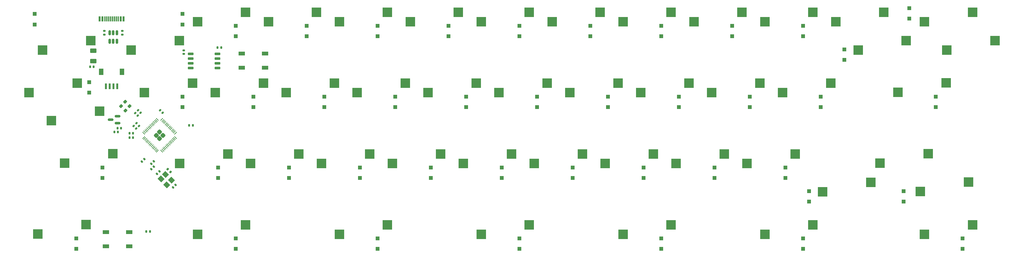
<source format=gbr>
%TF.GenerationSoftware,KiCad,Pcbnew,(6.0.11)*%
%TF.CreationDate,2023-04-01T00:21:12+02:00*%
%TF.ProjectId,kira,6b697261-2e6b-4696-9361-645f70636258,rev?*%
%TF.SameCoordinates,Original*%
%TF.FileFunction,Paste,Bot*%
%TF.FilePolarity,Positive*%
%FSLAX46Y46*%
G04 Gerber Fmt 4.6, Leading zero omitted, Abs format (unit mm)*
G04 Created by KiCad (PCBNEW (6.0.11)) date 2023-04-01 00:21:12*
%MOMM*%
%LPD*%
G01*
G04 APERTURE LIST*
G04 Aperture macros list*
%AMRoundRect*
0 Rectangle with rounded corners*
0 $1 Rounding radius*
0 $2 $3 $4 $5 $6 $7 $8 $9 X,Y pos of 4 corners*
0 Add a 4 corners polygon primitive as box body*
4,1,4,$2,$3,$4,$5,$6,$7,$8,$9,$2,$3,0*
0 Add four circle primitives for the rounded corners*
1,1,$1+$1,$2,$3*
1,1,$1+$1,$4,$5*
1,1,$1+$1,$6,$7*
1,1,$1+$1,$8,$9*
0 Add four rect primitives between the rounded corners*
20,1,$1+$1,$2,$3,$4,$5,0*
20,1,$1+$1,$4,$5,$6,$7,0*
20,1,$1+$1,$6,$7,$8,$9,0*
20,1,$1+$1,$8,$9,$2,$3,0*%
%AMRotRect*
0 Rectangle, with rotation*
0 The origin of the aperture is its center*
0 $1 length*
0 $2 width*
0 $3 Rotation angle, in degrees counterclockwise*
0 Add horizontal line*
21,1,$1,$2,0,0,$3*%
G04 Aperture macros list end*
%ADD10R,2.550000X2.500000*%
%ADD11R,1.700000X1.000000*%
%ADD12R,1.100000X1.100000*%
%ADD13RoundRect,0.140000X-0.140000X-0.170000X0.140000X-0.170000X0.140000X0.170000X-0.140000X0.170000X0*%
%ADD14RoundRect,0.140000X0.021213X-0.219203X0.219203X-0.021213X-0.021213X0.219203X-0.219203X0.021213X0*%
%ADD15R,1.200000X1.800000*%
%ADD16R,0.600000X1.550000*%
%ADD17RoundRect,0.200000X-0.335876X-0.053033X-0.053033X-0.335876X0.335876X0.053033X0.053033X0.335876X0*%
%ADD18RoundRect,0.135000X0.135000X0.185000X-0.135000X0.185000X-0.135000X-0.185000X0.135000X-0.185000X0*%
%ADD19RoundRect,0.150000X0.587500X0.150000X-0.587500X0.150000X-0.587500X-0.150000X0.587500X-0.150000X0*%
%ADD20RoundRect,0.150000X0.650000X0.150000X-0.650000X0.150000X-0.650000X-0.150000X0.650000X-0.150000X0*%
%ADD21RoundRect,0.140000X0.140000X0.170000X-0.140000X0.170000X-0.140000X-0.170000X0.140000X-0.170000X0*%
%ADD22RoundRect,0.140000X0.219203X0.021213X0.021213X0.219203X-0.219203X-0.021213X-0.021213X-0.219203X0*%
%ADD23RoundRect,0.140000X-0.021213X0.219203X-0.219203X0.021213X0.021213X-0.219203X0.219203X-0.021213X0*%
%ADD24R,0.600000X1.450000*%
%ADD25R,0.300000X1.450000*%
%ADD26RoundRect,0.135000X-0.185000X0.135000X-0.185000X-0.135000X0.185000X-0.135000X0.185000X0.135000X0*%
%ADD27RoundRect,0.250000X0.000000X0.413257X-0.413257X0.000000X0.000000X-0.413257X0.413257X0.000000X0*%
%ADD28RoundRect,0.050000X0.238649X0.309359X-0.309359X-0.238649X-0.238649X-0.309359X0.309359X0.238649X0*%
%ADD29RoundRect,0.050000X-0.238649X0.309359X-0.309359X0.238649X0.238649X-0.309359X0.309359X-0.238649X0*%
%ADD30RoundRect,0.140000X0.170000X-0.140000X0.170000X0.140000X-0.170000X0.140000X-0.170000X-0.140000X0*%
%ADD31RoundRect,0.135000X0.226274X0.035355X0.035355X0.226274X-0.226274X-0.035355X-0.035355X-0.226274X0*%
%ADD32RoundRect,0.250000X-0.625000X0.375000X-0.625000X-0.375000X0.625000X-0.375000X0.625000X0.375000X0*%
%ADD33RotRect,1.400000X1.200000X315.000000*%
%ADD34RoundRect,0.150000X0.150000X-0.512500X0.150000X0.512500X-0.150000X0.512500X-0.150000X-0.512500X0*%
G04 APERTURE END LIST*
D10*
%TO.C,SW23*%
X204052500Y-62547500D03*
X216979500Y-60007500D03*
%TD*%
%TO.C,SW42*%
X218340000Y-100647500D03*
X231267000Y-98107500D03*
%TD*%
%TO.C,SW43*%
X261202500Y-100647500D03*
X274129500Y-98107500D03*
%TD*%
%TO.C,SW13(1.5)1*%
X261202500Y-43497500D03*
X274129500Y-40957500D03*
%TD*%
%TO.C,SW37(1.75)1*%
X273038152Y-86629151D03*
X260111152Y-89169151D03*
%TD*%
%TO.C,SW25*%
X254090500Y-62540550D03*
X267017500Y-60000550D03*
%TD*%
%TO.C,SW21*%
X165952500Y-62547500D03*
X178879500Y-60007500D03*
%TD*%
%TO.C,SW15*%
X51652500Y-62547500D03*
X64579500Y-60007500D03*
%TD*%
%TO.C,SW7*%
X142140000Y-43497500D03*
X155067000Y-40957500D03*
%TD*%
%TO.C,SW34*%
X194527500Y-81597500D03*
X207454500Y-79057500D03*
%TD*%
%TO.C,SW9*%
X180240000Y-43497500D03*
X193167000Y-40957500D03*
%TD*%
%TO.C,SW30*%
X118327500Y-81597500D03*
X131254500Y-79057500D03*
%TD*%
%TO.C,SW19*%
X127852500Y-62547500D03*
X140779500Y-60007500D03*
%TD*%
%TO.C,SW14(1.25)1*%
X20708860Y-62548197D03*
X33635860Y-60008197D03*
%TD*%
%TO.C,SW44*%
X104040000Y-100647500D03*
X116967000Y-98107500D03*
%TD*%
%TO.C,SW45*%
X180240000Y-100647500D03*
X193167000Y-98107500D03*
%TD*%
%TO.C,SW33*%
X175477500Y-81597500D03*
X188404500Y-79057500D03*
%TD*%
%TO.C,SW32*%
X156427500Y-81597500D03*
X169354500Y-79057500D03*
%TD*%
%TO.C,SW36*%
X246797500Y-86677500D03*
X233870500Y-89217500D03*
%TD*%
%TO.C,SW4*%
X84990000Y-43497500D03*
X97917000Y-40957500D03*
%TD*%
%TO.C,SW5*%
X104040000Y-43497500D03*
X116967000Y-40957500D03*
%TD*%
%TO.C,SW16*%
X70702500Y-62547500D03*
X83629500Y-60007500D03*
%TD*%
%TO.C,SW37(2.75)1*%
X249296100Y-81589624D03*
X262223100Y-79049624D03*
%TD*%
%TO.C,SW17*%
X89752500Y-62547500D03*
X102679500Y-60007500D03*
%TD*%
%TO.C,SW18*%
X108802500Y-62547500D03*
X121729500Y-60007500D03*
%TD*%
%TO.C,SW35*%
X213577500Y-81597500D03*
X226504500Y-79057500D03*
%TD*%
%TO.C,SW39*%
X23083281Y-100642316D03*
X36010281Y-98102316D03*
%TD*%
%TO.C,SW40*%
X65940000Y-100647500D03*
X78867000Y-98107500D03*
%TD*%
%TO.C,SW31*%
X137377500Y-81597500D03*
X150304500Y-79057500D03*
%TD*%
%TO.C,SW8*%
X161190000Y-43497500D03*
X174117000Y-40957500D03*
%TD*%
%TO.C,SW12*%
X280135000Y-48577500D03*
X267208000Y-51117500D03*
%TD*%
%TO.C,SW41*%
X142140000Y-100647500D03*
X155067000Y-98107500D03*
%TD*%
%TO.C,SW11*%
X218340000Y-43497500D03*
X231267000Y-40957500D03*
%TD*%
%TO.C,SW28*%
X80227500Y-81597500D03*
X93154500Y-79057500D03*
%TD*%
%TO.C,SW3*%
X65940000Y-43497500D03*
X78867000Y-40957500D03*
%TD*%
%TO.C,SW1*%
X37247500Y-48577500D03*
X24320500Y-51117500D03*
%TD*%
%TO.C,SW10*%
X199290000Y-43497500D03*
X212217000Y-40957500D03*
%TD*%
%TO.C,SW13*%
X237390000Y-43497500D03*
X250317000Y-40957500D03*
%TD*%
%TO.C,SW27*%
X61177500Y-81597500D03*
X74104500Y-79057500D03*
%TD*%
%TO.C,SW22*%
X185002500Y-62547500D03*
X197929500Y-60007500D03*
%TD*%
%TO.C,SW6*%
X123090000Y-43497500D03*
X136017000Y-40957500D03*
%TD*%
%TO.C,SW24*%
X223102500Y-62547500D03*
X236029500Y-60007500D03*
%TD*%
%TO.C,SW29*%
X99277500Y-81597500D03*
X112204500Y-79057500D03*
%TD*%
%TO.C,SW20*%
X146902500Y-62547500D03*
X159829500Y-60007500D03*
%TD*%
%TO.C,SW14*%
X39623117Y-67606067D03*
X26696117Y-70146067D03*
%TD*%
%TO.C,SW2*%
X61060000Y-48577500D03*
X48133000Y-51117500D03*
%TD*%
%TO.C,SW12(1.5)1*%
X256322500Y-48577500D03*
X243395500Y-51117500D03*
%TD*%
%TO.C,SW26*%
X30235255Y-81565102D03*
X43162255Y-79025102D03*
%TD*%
D11*
%TO.C,SW47*%
X47600000Y-103881000D03*
X41300000Y-103881000D03*
X47600000Y-100081000D03*
X41300000Y-100081000D03*
%TD*%
D12*
%TO.C,D12*%
X76200000Y-104587500D03*
X76200000Y-101787500D03*
%TD*%
%TO.C,D43*%
X255587500Y-91887500D03*
X255587500Y-89087500D03*
%TD*%
%TO.C,D29*%
X185737500Y-85537500D03*
X185737500Y-82737500D03*
%TD*%
%TO.C,D34*%
X209550000Y-47437500D03*
X209550000Y-44637500D03*
%TD*%
%TO.C,D28*%
X176212500Y-66487500D03*
X176212500Y-63687500D03*
%TD*%
%TO.C,D44*%
X257175000Y-42675000D03*
X257175000Y-39875000D03*
%TD*%
%TO.C,D21*%
X138112500Y-66487500D03*
X138112500Y-63687500D03*
%TD*%
D13*
%TO.C,C7*%
X44478000Y-72136000D03*
X45438000Y-72136000D03*
%TD*%
D12*
%TO.C,D5*%
X33337500Y-104587500D03*
X33337500Y-101787500D03*
%TD*%
%TO.C,D30*%
X190500000Y-47437500D03*
X190500000Y-44637500D03*
%TD*%
D14*
%TO.C,C5*%
X55032589Y-84413411D03*
X55711411Y-83734589D03*
%TD*%
D12*
%TO.C,D42*%
X264287000Y-66487500D03*
X264287000Y-63687500D03*
%TD*%
%TO.C,D14*%
X100012500Y-66487500D03*
X100012500Y-63687500D03*
%TD*%
D15*
%TO.C,J3*%
X45662500Y-56987500D03*
X40062500Y-56987500D03*
D16*
X41362500Y-60862500D03*
X42362500Y-60862500D03*
X43362500Y-60862500D03*
X44362500Y-60862500D03*
%TD*%
D17*
%TO.C,R2*%
X45390637Y-66218637D03*
X46557363Y-67385363D03*
%TD*%
D12*
%TO.C,D11*%
X90487500Y-85537500D03*
X90487500Y-82737500D03*
%TD*%
D18*
%TO.C,R3*%
X53215000Y-99949000D03*
X52195000Y-99949000D03*
%TD*%
D12*
%TO.C,D39*%
X230187500Y-91887500D03*
X230187500Y-89087500D03*
%TD*%
%TO.C,D31*%
X195262500Y-66487500D03*
X195262500Y-63687500D03*
%TD*%
D19*
%TO.C,U2*%
X44498500Y-68900000D03*
X44498500Y-70800000D03*
X42623500Y-69850000D03*
%TD*%
D20*
%TO.C,U3*%
X71267225Y-52196320D03*
X71267225Y-53466320D03*
X71267225Y-54736320D03*
X71267225Y-56006320D03*
X64067225Y-56006320D03*
X64067225Y-54736320D03*
X64067225Y-53466320D03*
X64067225Y-52196320D03*
%TD*%
D21*
%TO.C,C16*%
X48613000Y-73533000D03*
X47653000Y-73533000D03*
%TD*%
D22*
%TO.C,C15*%
X49902992Y-68745464D03*
X49224170Y-68066642D03*
%TD*%
D23*
%TO.C,C11*%
X54187411Y-82464589D03*
X53508589Y-83143411D03*
%TD*%
D12*
%TO.C,D23*%
X152400000Y-47437500D03*
X152400000Y-44637500D03*
%TD*%
D24*
%TO.C,J1*%
X39612499Y-42764539D03*
X40412499Y-42764539D03*
D25*
X41612499Y-42764539D03*
X42612499Y-42764539D03*
X43112499Y-42764539D03*
X44112499Y-42764539D03*
D24*
X45312499Y-42764539D03*
X46112499Y-42764539D03*
X46112499Y-42764539D03*
X45312499Y-42764539D03*
D25*
X44612499Y-42764539D03*
X43612499Y-42764539D03*
X42112499Y-42764539D03*
X41112499Y-42764539D03*
D24*
X40412499Y-42764539D03*
X39612499Y-42764539D03*
%TD*%
D21*
%TO.C,C8*%
X44549000Y-73152000D03*
X43589000Y-73152000D03*
%TD*%
D13*
%TO.C,C14*%
X63726084Y-71374000D03*
X64686084Y-71374000D03*
%TD*%
D26*
%TO.C,R5*%
X45720000Y-45972000D03*
X45720000Y-46992000D03*
%TD*%
D22*
%TO.C,C17*%
X56600411Y-68030411D03*
X55921589Y-67351589D03*
%TD*%
D12*
%TO.C,D24*%
X157162500Y-66487500D03*
X157162500Y-63687500D03*
%TD*%
D22*
%TO.C,C1*%
X50197263Y-71520150D03*
X49518441Y-70841328D03*
%TD*%
%TO.C,C2*%
X50631411Y-68030411D03*
X49952589Y-67351589D03*
%TD*%
D12*
%TO.C,D20*%
X133350000Y-47437500D03*
X133350000Y-44637500D03*
%TD*%
%TO.C,D45*%
X271462500Y-104587500D03*
X271462500Y-101787500D03*
%TD*%
%TO.C,D40*%
X228600000Y-104587500D03*
X228600000Y-101787500D03*
%TD*%
%TO.C,D27*%
X171450000Y-47437500D03*
X171450000Y-44637500D03*
%TD*%
D27*
%TO.C,U1*%
X54857586Y-74074047D03*
X56660708Y-74074047D03*
X55759147Y-73172486D03*
X55759147Y-74975608D03*
D28*
X56351349Y-69804890D03*
X56634192Y-70087733D03*
X56917034Y-70370575D03*
X57199877Y-70653418D03*
X57482720Y-70936261D03*
X57765562Y-71219103D03*
X58048405Y-71501946D03*
X58331248Y-71784789D03*
X58614091Y-72067632D03*
X58896933Y-72350474D03*
X59179776Y-72633317D03*
X59462619Y-72916160D03*
X59745461Y-73199002D03*
X60028304Y-73481845D03*
D29*
X60028304Y-74666249D03*
X59745461Y-74949092D03*
X59462619Y-75231934D03*
X59179776Y-75514777D03*
X58896933Y-75797620D03*
X58614091Y-76080462D03*
X58331248Y-76363305D03*
X58048405Y-76646148D03*
X57765562Y-76928991D03*
X57482720Y-77211833D03*
X57199877Y-77494676D03*
X56917034Y-77777519D03*
X56634192Y-78060361D03*
X56351349Y-78343204D03*
D28*
X55166945Y-78343204D03*
X54884102Y-78060361D03*
X54601260Y-77777519D03*
X54318417Y-77494676D03*
X54035574Y-77211833D03*
X53752732Y-76928991D03*
X53469889Y-76646148D03*
X53187046Y-76363305D03*
X52904203Y-76080462D03*
X52621361Y-75797620D03*
X52338518Y-75514777D03*
X52055675Y-75231934D03*
X51772833Y-74949092D03*
X51489990Y-74666249D03*
D29*
X51489990Y-73481845D03*
X51772833Y-73199002D03*
X52055675Y-72916160D03*
X52338518Y-72633317D03*
X52621361Y-72350474D03*
X52904203Y-72067632D03*
X53187046Y-71784789D03*
X53469889Y-71501946D03*
X53752732Y-71219103D03*
X54035574Y-70936261D03*
X54318417Y-70653418D03*
X54601260Y-70370575D03*
X54884102Y-70087733D03*
X55166945Y-69804890D03*
%TD*%
D12*
%TO.C,D33*%
X190500000Y-104587500D03*
X190500000Y-101787500D03*
%TD*%
%TO.C,D4*%
X40386000Y-85537500D03*
X40386000Y-82737500D03*
%TD*%
%TO.C,D16*%
X114300000Y-47437500D03*
X114300000Y-44637500D03*
%TD*%
D30*
%TO.C,C12*%
X62230000Y-52168320D03*
X62230000Y-51208320D03*
%TD*%
D12*
%TO.C,D3*%
X36830000Y-59814000D03*
X36830000Y-62614000D03*
%TD*%
%TO.C,D8*%
X71437500Y-85537500D03*
X71437500Y-82737500D03*
%TD*%
D31*
%TO.C,R7*%
X58688924Y-83894005D03*
X57967676Y-83172757D03*
%TD*%
D12*
%TO.C,D15*%
X109537500Y-85537500D03*
X109537500Y-82737500D03*
%TD*%
D23*
%TO.C,C13*%
X51647411Y-80432589D03*
X50968589Y-81111411D03*
%TD*%
D12*
%TO.C,D22*%
X147637500Y-85537500D03*
X147637500Y-82737500D03*
%TD*%
%TO.C,D10*%
X80962500Y-66487500D03*
X80962500Y-63687500D03*
%TD*%
%TO.C,D26*%
X152400000Y-104587500D03*
X152400000Y-101787500D03*
%TD*%
%TO.C,D32*%
X204787500Y-85537500D03*
X204787500Y-82737500D03*
%TD*%
%TO.C,D37*%
X228600000Y-47437500D03*
X228600000Y-44637500D03*
%TD*%
D21*
%TO.C,C4*%
X38044000Y-55626000D03*
X37084000Y-55626000D03*
%TD*%
D23*
%TO.C,C6*%
X60029411Y-87417589D03*
X59350589Y-88096411D03*
%TD*%
D12*
%TO.C,D19*%
X114300000Y-104587500D03*
X114300000Y-101787500D03*
%TD*%
D18*
%TO.C,R6*%
X72317425Y-50494520D03*
X71297425Y-50494520D03*
%TD*%
D12*
%TO.C,D9*%
X76200000Y-47437500D03*
X76200000Y-44637500D03*
%TD*%
D21*
%TO.C,C10*%
X48613000Y-74676000D03*
X47653000Y-74676000D03*
%TD*%
D12*
%TO.C,D17*%
X119062500Y-66487500D03*
X119062500Y-63687500D03*
%TD*%
%TO.C,D7*%
X61912500Y-66487500D03*
X61912500Y-63687500D03*
%TD*%
%TO.C,D2*%
X22225000Y-41462500D03*
X22225000Y-44262500D03*
%TD*%
D32*
%TO.C,F1*%
X37973000Y-51305000D03*
X37973000Y-54105000D03*
%TD*%
D23*
%TO.C,C3*%
X54187411Y-81067589D03*
X53508589Y-81746411D03*
%TD*%
D12*
%TO.C,D6*%
X61912500Y-41462500D03*
X61912500Y-44262500D03*
%TD*%
D17*
%TO.C,R1*%
X46533637Y-65075637D03*
X47700363Y-66242363D03*
%TD*%
D12*
%TO.C,D25*%
X166687500Y-85537500D03*
X166687500Y-82737500D03*
%TD*%
D11*
%TO.C,SW46*%
X84112500Y-55875000D03*
X77812500Y-55875000D03*
X84112500Y-52075000D03*
X77812500Y-52075000D03*
%TD*%
D26*
%TO.C,R4*%
X40894000Y-45972000D03*
X40894000Y-46992000D03*
%TD*%
D12*
%TO.C,D36*%
X223837500Y-85537500D03*
X223837500Y-82737500D03*
%TD*%
D33*
%TO.C,Y1*%
X57354223Y-84600142D03*
X58909858Y-86155777D03*
X57707777Y-87357858D03*
X56152142Y-85802223D03*
%TD*%
D34*
%TO.C,U4*%
X44257000Y-48762500D03*
X43307000Y-48762500D03*
X42357000Y-48762500D03*
X42357000Y-46487500D03*
X43307000Y-46487500D03*
X44257000Y-46487500D03*
%TD*%
D12*
%TO.C,D18*%
X128587500Y-85537500D03*
X128587500Y-82737500D03*
%TD*%
%TO.C,D41*%
X239712500Y-53787500D03*
X239712500Y-50987500D03*
%TD*%
%TO.C,D35*%
X214312500Y-66487500D03*
X214312500Y-63687500D03*
%TD*%
%TO.C,D38*%
X233362500Y-66487500D03*
X233362500Y-63687500D03*
%TD*%
D22*
%TO.C,C9*%
X49488411Y-72221411D03*
X48809589Y-71542589D03*
%TD*%
D12*
%TO.C,D13*%
X95250000Y-47437500D03*
X95250000Y-44637500D03*
%TD*%
M02*

</source>
